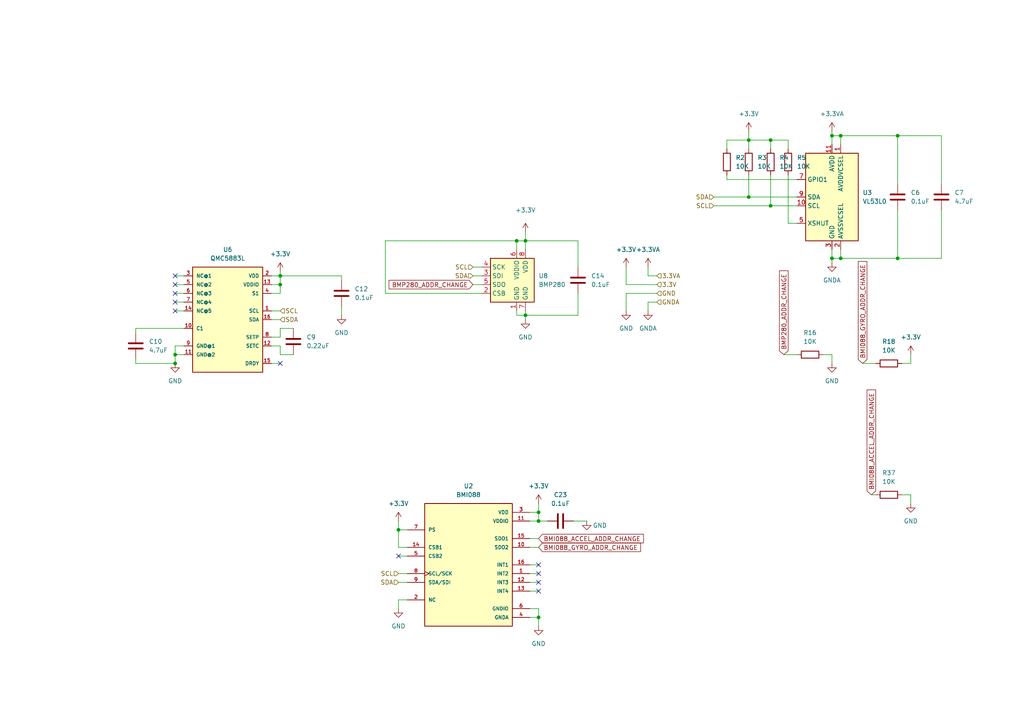
<source format=kicad_sch>
(kicad_sch (version 20211123) (generator eeschema)
  (paper "A4")
  (lib_symbols
    (symbol "Device:C" (pin_numbers hide) (pin_names (offset 0.254))
      (property "Reference" "C" (at 0.635 2.54 0))
      (property "Value" "C" (at 0.635 -2.54 0))
      (symbol "C_0_1"
        (polyline (pts (xy -2.032 -0.762) (xy 2.032 -0.762)) (stroke (width 0.508)))
        (polyline (pts (xy -2.032 0.762) (xy 2.032 0.762)) (stroke (width 0.508)))
      )
      (symbol "C_1_1"
        (pin passive line (at 0 3.81 270) (length 2.794) (name "~") (number "1"))
        (pin passive line (at 0 -3.81 90) (length 2.794) (name "~") (number "2"))
      )
    )
    (symbol "Device:R" (pin_numbers hide) (pin_names (offset 0))
      (property "Reference" "R" (at 2.032 0 90))
      (property "Value" "R" (at 0 0 90))
      (symbol "R_0_1"
        (rectangle (start -1.016 -2.54) (end 1.016 2.54) (stroke (width 0.254)))
      )
      (symbol "R_1_1"
        (pin passive line (at 0 3.81 270) (length 1.27) (name "~") (number "1"))
        (pin passive line (at 0 -3.81 90) (length 1.27) (name "~") (number "2"))
      )
    )
    (symbol "Sensor_Distance:VL53L1CXV0FY1"
      (property "Reference" "U" (at -6.35 13.97 0))
      (property "Value" "VL53L1CXV0FY1" (at 12.065 13.97 0))
      (symbol "VL53L1CXV0FY1_0_1"
        (rectangle (start -7.62 12.7) (end 7.62 -12.7) (stroke (width 0.254)) (fill (type background)))
      )
      (symbol "VL53L1CXV0FY1_1_1"
        (pin power_in line (at 2.54 15.24 270) (length 2.54) (name "AVDDVCSEL") (number "1"))
        (pin input line (at -10.16 -2.54 0) (length 2.54) (name "SCL") (number "10"))
        (pin power_in line (at 0 15.24 270) (length 2.54) (name "AVDD") (number "11"))
        (pin passive line (at 0 -15.24 90) (length 2.54) hide (name "GND") (number "12"))
        (pin power_in line (at 2.54 -15.24 90) (length 2.54) (name "AVSSVCSEL") (number "2"))
        (pin power_in line (at 0 -15.24 90) (length 2.54) (name "GND") (number "3"))
        (pin passive line (at 0 -15.24 90) (length 2.54) hide (name "GND") (number "4"))
        (pin input line (at -10.16 -7.62 0) (length 2.54) (name "XSHUT") (number "5"))
        (pin passive line (at 0 -15.24 90) (length 2.54) hide (name "GND") (number "6"))
        (pin open_collector line (at -10.16 5.08 0) (length 2.54) (name "GPIO1") (number "7"))
        (pin no_connect line (at -7.62 7.62 0) (length 2.54) hide (name "DNC") (number "8"))
        (pin bidirectional line (at -10.16 0 0) (length 2.54) (name "SDA") (number "9"))
      )
    )
    (symbol "Sensor_Pressure:BMP280"
      (property "Reference" "U" (at -7.62 10.16 0))
      (property "Value" "BMP280" (at 5.08 10.16 0))
      (symbol "BMP280_0_1"
        (rectangle (start -7.62 -5.08) (end 5.08 7.62) (stroke (width 0.254)) (fill (type background)))
      )
      (symbol "BMP280_1_1"
        (pin power_in line (at 0 -7.62 90) (length 2.54) (name "GND") (number "1"))
        (pin input line (at -10.16 -2.54 0) (length 2.54) (name "CSB") (number "2"))
        (pin bidirectional line (at -10.16 2.54 0) (length 2.54) (name "SDI") (number "3"))
        (pin input line (at -10.16 5.08 0) (length 2.54) (name "SCK") (number "4"))
        (pin bidirectional line (at -10.16 0 0) (length 2.54) (name "SDO") (number "5"))
        (pin power_in line (at 0 10.16 270) (length 2.54) (name "VDDIO") (number "6"))
        (pin power_in line (at 2.54 -7.62 90) (length 2.54) (name "GND") (number "7"))
        (pin power_in line (at 2.54 10.16 270) (length 2.54) (name "VDD") (number "8"))
      )
    )
    (symbol "Sensors:BMI088" (pin_names (offset 1.016))
      (property "Reference" "U" (at -12.7 18.415 0))
      (property "Value" "BMI088" (at -12.7 -20.32 0))
      (symbol "BMI088_0_0"
        (rectangle (start -12.7 -17.78) (end 12.7 17.78) (stroke (width 0.254)) (fill (type background)))
        (pin bidirectional line (at 17.78 -2.54 180) (length 5.08) (name "INT2") (number "1"))
        (pin output line (at 17.78 5.08 180) (length 5.08) (name "SDO2") (number "10"))
        (pin power_in line (at 17.78 12.7 180) (length 5.08) (name "VDDIO") (number "11"))
        (pin bidirectional line (at 17.78 -5.08 180) (length 5.08) (name "INT3") (number "12"))
        (pin bidirectional line (at 17.78 -7.62 180) (length 5.08) (name "INT4") (number "13"))
        (pin input line (at -17.78 5.08 0) (length 5.08) (name "CSB1") (number "14"))
        (pin output line (at 17.78 7.62 180) (length 5.08) (name "SDO1") (number "15"))
        (pin bidirectional line (at 17.78 0 180) (length 5.08) (name "INT1") (number "16"))
        (pin passive line (at -17.78 -10.16 0) (length 5.08) (name "NC") (number "2"))
        (pin power_in line (at 17.78 15.24 180) (length 5.08) (name "VDD") (number "3"))
        (pin power_in line (at 17.78 -15.24 180) (length 5.08) (name "GNDA") (number "4"))
        (pin input line (at -17.78 2.54 0) (length 5.08) (name "CSB2") (number "5"))
        (pin power_in line (at 17.78 -12.7 180) (length 5.08) (name "GNDIO") (number "6"))
        (pin input line (at -17.78 10.16 0) (length 5.08) (name "PS") (number "7"))
        (pin input clock (at -17.78 -2.54 0) (length 5.08) (name "SCL/SCK") (number "8"))
        (pin bidirectional line (at -17.78 -5.08 0) (length 5.08) (name "SDA/SDI") (number "9"))
      )
    )
    (symbol "Sensors:HMC5883L" (pin_names (offset 1.016))
      (property "Reference" "U" (at -10.16 15.494 0))
      (property "Value" "HMC5883L" (at -10.16 -15.494 0))
      (symbol "HMC5883L_0_0"
        (rectangle (start -10.16 -15.24) (end 10.16 15.24) (stroke (width 0.254)) (fill (type background)))
        (pin bidirectional line (at 12.7 2.54 180) (length 2.54) (name "SCL") (number "1"))
        (pin bidirectional line (at -12.7 -2.54 0) (length 2.54) (name "C1") (number "10"))
        (pin bidirectional line (at -12.7 -10.16 0) (length 2.54) (name "GND@2") (number "11"))
        (pin bidirectional line (at 12.7 -7.62 180) (length 2.54) (name "SETC") (number "12"))
        (pin bidirectional line (at 12.7 10.16 180) (length 2.54) (name "VDDIO") (number "13"))
        (pin bidirectional line (at -12.7 2.54 0) (length 2.54) (name "NC@5") (number "14"))
        (pin bidirectional line (at 12.7 -12.7 180) (length 2.54) (name "DRDY") (number "15"))
        (pin bidirectional line (at 12.7 0 180) (length 2.54) (name "SDA") (number "16"))
        (pin bidirectional line (at 12.7 12.7 180) (length 2.54) (name "VDD") (number "2"))
        (pin bidirectional line (at -12.7 12.7 0) (length 2.54) (name "NC@1") (number "3"))
        (pin bidirectional line (at 12.7 7.62 180) (length 2.54) (name "S1") (number "4"))
        (pin bidirectional line (at -12.7 10.16 0) (length 2.54) (name "NC@2") (number "5"))
        (pin bidirectional line (at -12.7 7.62 0) (length 2.54) (name "NC@3") (number "6"))
        (pin bidirectional line (at -12.7 5.08 0) (length 2.54) (name "NC@4") (number "7"))
        (pin bidirectional line (at 12.7 -5.08 180) (length 2.54) (name "SETP") (number "8"))
        (pin bidirectional line (at -12.7 -7.62 0) (length 2.54) (name "GND@1") (number "9"))
      )
    )
    (symbol "power:+3.3V" (power) (pin_names (offset 0))
      (property "Value" "+3.3V" (at 0 3.556 0))
      (symbol "+3.3V_0_1"
        (polyline (pts (xy -0.762 1.27) (xy 0 2.54)))
        (polyline (pts (xy 0 0) (xy 0 2.54)))
        (polyline (pts (xy 0 2.54) (xy 0.762 1.27)))
      )
      (symbol "+3.3V_1_1"
        (pin power_in line (at 0 0 90) (length 0) hide (name "+3.3V") (number "1"))
      )
    )
    (symbol "power:+3.3VA" (power) (pin_names (offset 0))
      (property "Value" "+3.3VA" (at 0 3.556 0))
      (symbol "+3.3VA_0_1"
        (polyline (pts (xy -0.762 1.27) (xy 0 2.54)))
        (polyline (pts (xy 0 0) (xy 0 2.54)))
        (polyline (pts (xy 0 2.54) (xy 0.762 1.27)))
      )
      (symbol "+3.3VA_1_1"
        (pin power_in line (at 0 0 90) (length 0) hide (name "+3.3VA") (number "1"))
      )
    )
    (symbol "power:GND" (power) (pin_names (offset 0))
      (property "Value" "GND" (at 0 -3.81 0))
      (symbol "GND_0_1"
        (polyline (pts (xy 0 0) (xy 0 -1.27) (xy 1.27 -1.27) (xy 0 -2.54) (xy -1.27 -1.27) (xy 0 -1.27)))
      )
      (symbol "GND_1_1"
        (pin power_in line (at 0 0 270) (length 0) hide (name "GND") (number "1"))
      )
    )
    (symbol "power:GNDA" (power) (pin_names (offset 0))
      (property "Value" "GNDA" (at 0 -3.81 0))
      (symbol "GNDA_0_1"
        (polyline (pts (xy 0 0) (xy 0 -1.27) (xy 1.27 -1.27) (xy 0 -2.54) (xy -1.27 -1.27) (xy 0 -1.27)))
      )
      (symbol "GNDA_1_1"
        (pin power_in line (at 0 0 270) (length 0) hide (name "GNDA") (number "1"))
      )
    )
  )
  (junction (at 50.8 105.41))
  (junction (at 156.21 151.13))
  (junction (at 50.8 102.87))
  (junction (at 241.3 39.37))
  (junction (at 243.84 74.93))
  (junction (at 81.28 82.55))
  (junction (at 223.52 59.69))
  (junction (at 260.35 74.93))
  (junction (at 217.17 57.15))
  (junction (at 223.52 40.64))
  (junction (at 115.57 153.67))
  (junction (at 81.28 80.01))
  (junction (at 260.35 39.37))
  (junction (at 156.21 179.07))
  (junction (at 152.4 69.85))
  (junction (at 243.84 39.37))
  (junction (at 156.21 148.59))
  (junction (at 217.17 40.64))
  (junction (at 152.4 91.44))
  (junction (at 241.3 74.93))
  (junction (at 149.86 69.85))
  (no_connect (at 50.8 80.01))
  (no_connect (at 50.8 82.55))
  (no_connect (at 50.8 85.09))
  (no_connect (at 81.28 105.41))
  (no_connect (at 50.8 87.63))
  (no_connect (at 50.8 90.17))
  (no_connect (at 115.57 161.29))
  (no_connect (at 156.21 163.83))
  (no_connect (at 156.21 166.37))
  (no_connect (at 156.21 168.91))
  (no_connect (at 156.21 171.45))
  (wire (pts (xy 152.4 91.44) (xy 152.4 92.71)))
  (wire (pts (xy 153.67 179.07) (xy 156.21 179.07)))
  (wire (pts (xy 223.52 43.18) (xy 223.52 40.64)))
  (wire (pts (xy 167.64 91.44) (xy 152.4 91.44)))
  (wire (pts (xy 115.57 161.29) (xy 118.11 161.29)))
  (wire (pts (xy 250.19 105.41) (xy 254 105.41)))
  (wire (pts (xy 149.86 91.44) (xy 152.4 91.44)))
  (wire (pts (xy 241.3 38.1) (xy 241.3 39.37)))
  (wire (pts (xy 115.57 151.13) (xy 115.57 153.67)))
  (wire (pts (xy 115.57 158.75) (xy 115.57 153.67)))
  (wire (pts (xy 217.17 40.64) (xy 217.17 43.18)))
  (wire (pts (xy 241.3 74.93) (xy 241.3 76.2)))
  (wire (pts (xy 156.21 151.13) (xy 158.75 151.13)))
  (wire (pts (xy 156.21 151.13) (xy 156.21 148.59)))
  (wire (pts (xy 217.17 38.1) (xy 217.17 40.64)))
  (wire (pts (xy 118.11 173.99) (xy 115.57 173.99)))
  (wire (pts (xy 81.28 82.55) (xy 81.28 80.01)))
  (wire (pts (xy 149.86 69.85) (xy 152.4 69.85)))
  (wire (pts (xy 156.21 148.59) (xy 156.21 146.05)))
  (wire (pts (xy 264.16 102.87) (xy 264.16 105.41)))
  (wire (pts (xy 228.6 64.77) (xy 231.14 64.77)))
  (wire (pts (xy 137.16 80.01) (xy 139.7 80.01)))
  (wire (pts (xy 111.76 69.85) (xy 149.86 69.85)))
  (wire (pts (xy 210.82 52.07) (xy 231.14 52.07)))
  (wire (pts (xy 228.6 43.18) (xy 228.6 40.64)))
  (wire (pts (xy 111.76 85.09) (xy 111.76 69.85)))
  (wire (pts (xy 85.09 95.25) (xy 81.28 95.25)))
  (wire (pts (xy 273.05 53.34) (xy 273.05 39.37)))
  (wire (pts (xy 152.4 69.85) (xy 152.4 72.39)))
  (wire (pts (xy 78.74 85.09) (xy 81.28 85.09)))
  (wire (pts (xy 273.05 60.96) (xy 273.05 74.93)))
  (wire (pts (xy 137.16 77.47) (xy 139.7 77.47)))
  (wire (pts (xy 153.67 156.21) (xy 156.21 156.21)))
  (wire (pts (xy 166.37 151.13) (xy 170.18 151.13)))
  (wire (pts (xy 78.74 105.41) (xy 81.28 105.41)))
  (wire (pts (xy 241.3 39.37) (xy 243.84 39.37)))
  (wire (pts (xy 50.8 105.41) (xy 50.8 102.87)))
  (wire (pts (xy 118.11 158.75) (xy 115.57 158.75)))
  (wire (pts (xy 149.86 90.17) (xy 149.86 91.44)))
  (wire (pts (xy 152.4 67.31) (xy 152.4 69.85)))
  (wire (pts (xy 252.73 143.51) (xy 254 143.51)))
  (wire (pts (xy 223.52 40.64) (xy 217.17 40.64)))
  (wire (pts (xy 156.21 176.53) (xy 156.21 179.07)))
  (wire (pts (xy 153.67 171.45) (xy 156.21 171.45)))
  (wire (pts (xy 115.57 173.99) (xy 115.57 176.53)))
  (wire (pts (xy 50.8 90.17) (xy 53.34 90.17)))
  (wire (pts (xy 181.61 85.09) (xy 181.61 90.17)))
  (wire (pts (xy 99.06 88.9) (xy 99.06 91.44)))
  (wire (pts (xy 260.35 60.96) (xy 260.35 74.93)))
  (wire (pts (xy 264.16 143.51) (xy 264.16 146.05)))
  (wire (pts (xy 227.33 102.87) (xy 231.14 102.87)))
  (wire (pts (xy 50.8 102.87) (xy 53.34 102.87)))
  (wire (pts (xy 139.7 85.09) (xy 111.76 85.09)))
  (wire (pts (xy 261.62 105.41) (xy 264.16 105.41)))
  (wire (pts (xy 78.74 82.55) (xy 81.28 82.55)))
  (wire (pts (xy 190.5 80.01) (xy 187.96 80.01)))
  (wire (pts (xy 156.21 179.07) (xy 156.21 181.61)))
  (wire (pts (xy 99.06 81.28) (xy 99.06 80.01)))
  (wire (pts (xy 243.84 74.93) (xy 260.35 74.93)))
  (wire (pts (xy 243.84 39.37) (xy 260.35 39.37)))
  (wire (pts (xy 78.74 90.17) (xy 81.28 90.17)))
  (wire (pts (xy 115.57 166.37) (xy 118.11 166.37)))
  (wire (pts (xy 167.64 77.47) (xy 167.64 69.85)))
  (wire (pts (xy 190.5 87.63) (xy 187.96 87.63)))
  (wire (pts (xy 241.3 102.87) (xy 241.3 105.41)))
  (wire (pts (xy 81.28 95.25) (xy 81.28 97.79)))
  (wire (pts (xy 115.57 153.67) (xy 118.11 153.67)))
  (wire (pts (xy 39.37 105.41) (xy 50.8 105.41)))
  (wire (pts (xy 115.57 168.91) (xy 118.11 168.91)))
  (wire (pts (xy 260.35 39.37) (xy 260.35 53.34)))
  (wire (pts (xy 152.4 90.17) (xy 152.4 91.44)))
  (wire (pts (xy 81.28 100.33) (xy 78.74 100.33)))
  (wire (pts (xy 190.5 85.09) (xy 181.61 85.09)))
  (wire (pts (xy 85.09 102.87) (xy 81.28 102.87)))
  (wire (pts (xy 53.34 95.25) (xy 39.37 95.25)))
  (wire (pts (xy 210.82 50.8) (xy 210.82 52.07)))
  (wire (pts (xy 223.52 50.8) (xy 223.52 59.69)))
  (wire (pts (xy 187.96 80.01) (xy 187.96 77.47)))
  (wire (pts (xy 238.76 102.87) (xy 241.3 102.87)))
  (wire (pts (xy 210.82 40.64) (xy 217.17 40.64)))
  (wire (pts (xy 241.3 39.37) (xy 241.3 41.91)))
  (wire (pts (xy 53.34 100.33) (xy 50.8 100.33)))
  (wire (pts (xy 207.01 59.69) (xy 223.52 59.69)))
  (wire (pts (xy 153.67 163.83) (xy 156.21 163.83)))
  (wire (pts (xy 260.35 39.37) (xy 273.05 39.37)))
  (wire (pts (xy 81.28 102.87) (xy 81.28 100.33)))
  (wire (pts (xy 39.37 95.25) (xy 39.37 96.52)))
  (wire (pts (xy 217.17 57.15) (xy 231.14 57.15)))
  (wire (pts (xy 81.28 97.79) (xy 78.74 97.79)))
  (wire (pts (xy 81.28 80.01) (xy 81.28 78.74)))
  (wire (pts (xy 39.37 104.14) (xy 39.37 105.41)))
  (wire (pts (xy 243.84 74.93) (xy 241.3 74.93)))
  (wire (pts (xy 149.86 72.39) (xy 149.86 69.85)))
  (wire (pts (xy 50.8 100.33) (xy 50.8 102.87)))
  (wire (pts (xy 243.84 41.91) (xy 243.84 39.37)))
  (wire (pts (xy 153.67 166.37) (xy 156.21 166.37)))
  (wire (pts (xy 81.28 85.09) (xy 81.28 82.55)))
  (wire (pts (xy 50.8 87.63) (xy 53.34 87.63)))
  (wire (pts (xy 153.67 158.75) (xy 156.21 158.75)))
  (wire (pts (xy 217.17 50.8) (xy 217.17 57.15)))
  (wire (pts (xy 153.67 176.53) (xy 156.21 176.53)))
  (wire (pts (xy 81.28 80.01) (xy 99.06 80.01)))
  (wire (pts (xy 228.6 40.64) (xy 223.52 40.64)))
  (wire (pts (xy 50.8 80.01) (xy 53.34 80.01)))
  (wire (pts (xy 207.01 57.15) (xy 217.17 57.15)))
  (wire (pts (xy 260.35 74.93) (xy 273.05 74.93)))
  (wire (pts (xy 261.62 143.51) (xy 264.16 143.51)))
  (wire (pts (xy 241.3 72.39) (xy 241.3 74.93)))
  (wire (pts (xy 181.61 82.55) (xy 181.61 77.47)))
  (wire (pts (xy 210.82 43.18) (xy 210.82 40.64)))
  (wire (pts (xy 153.67 151.13) (xy 156.21 151.13)))
  (wire (pts (xy 50.8 82.55) (xy 53.34 82.55)))
  (wire (pts (xy 243.84 72.39) (xy 243.84 74.93)))
  (wire (pts (xy 50.8 85.09) (xy 53.34 85.09)))
  (wire (pts (xy 153.67 168.91) (xy 156.21 168.91)))
  (wire (pts (xy 187.96 87.63) (xy 187.96 90.17)))
  (wire (pts (xy 228.6 50.8) (xy 228.6 64.77)))
  (wire (pts (xy 78.74 80.01) (xy 81.28 80.01)))
  (wire (pts (xy 153.67 148.59) (xy 156.21 148.59)))
  (wire (pts (xy 190.5 82.55) (xy 181.61 82.55)))
  (wire (pts (xy 167.64 69.85) (xy 152.4 69.85)))
  (wire (pts (xy 223.52 59.69) (xy 231.14 59.69)))
  (wire (pts (xy 167.64 85.09) (xy 167.64 91.44)))
  (wire (pts (xy 78.74 92.71) (xy 81.28 92.71)))
  (wire (pts (xy 137.16 82.55) (xy 139.7 82.55)))
  (global_label "BMI088_GYRO_ADDR_CHANGE" (shape input) (at 156.21 158.75 0) (property "Обозначения листов" "${INTERSHEET_REFS}" (effects hide)))
  (global_label "BMP280_ADDR_CHANGE" (shape input) (at 137.16 82.55 180) (property "Обозначения листов" "${INTERSHEET_REFS}" (effects hide)))
  (global_label "BMI088_GYRO_ADDR_CHANGE" (shape input) (at 250.19 105.41 90) (property "Обозначения листов" "${INTERSHEET_REFS}" (effects hide)))
  (global_label "BMP280_ADDR_CHANGE" (shape input) (at 227.33 102.87 90) (property "Обозначения листов" "${INTERSHEET_REFS}" (effects hide)))
  (global_label "BMI088_ACCEL_ADDR_CHANGE" (shape input) (at 252.73 143.51 90) (property "Обозначения листов" "${INTERSHEET_REFS}" (effects hide)))
  (global_label "BMI088_ACCEL_ADDR_CHANGE" (shape input) (at 156.21 156.21 0) (property "Обозначения листов" "${INTERSHEET_REFS}" (effects hide)))
  (hierarchical_label "SCL" (shape input) (at 115.57 166.37 180))
  (hierarchical_label "3.3V" (shape input) (at 190.5 82.55 0))
  (hierarchical_label "SCL" (shape input) (at 137.16 77.47 180))
  (hierarchical_label "3.3VA" (shape input) (at 190.5 80.01 0))
  (hierarchical_label "SDA" (shape input) (at 207.01 57.15 180))
  (hierarchical_label "SDA" (shape input) (at 81.28 92.71 0))
  (hierarchical_label "SCL" (shape input) (at 81.28 90.17 0))
  (hierarchical_label "GNDA" (shape input) (at 190.5 87.63 0))
  (hierarchical_label "SCL" (shape input) (at 207.01 59.69 180))
  (hierarchical_label "GND" (shape input) (at 190.5 85.09 0))
  (hierarchical_label "SDA" (shape input) (at 115.57 168.91 180))
  (hierarchical_label "SDA" (shape input) (at 137.16 80.01 180))
  (symbol (lib_id "Device:C") (at 99.06 85.09 0) (unit 1)
    (property "Reference" "C12" (at 102.87 83.8199 0) (effects (justify left)))
    (property "Value" "0.1uF" (at 102.87 86.3599 0) (effects (justify left)))
    (property "Footprint" "Capacitor_SMD:C_0805_2012Metric_Pad1.18x1.45mm_HandSolder" (effects hide))
  )
  (symbol (lib_id "power:+3.3V") (at 152.4 67.31 0) (unit 1)
    (property "Reference" "#PWR0153" (effects hide))
    (property "Value" "+3.3V" (at 152.4 60.96 0))
  )
  (symbol (lib_id "power:GND") (at 241.3 105.41 0) (unit 1)
    (property "Reference" "#PWR0150" (effects hide))
    (property "Value" "GND" (at 241.3 110.49 0))
  )
  (symbol (lib_id "Device:C") (at 162.56 151.13 270) (unit 1)
    (property "Reference" "C23" (at 162.56 143.51 90))
    (property "Value" "0.1uF" (at 162.56 146.05 90))
    (property "Footprint" "Capacitor_SMD:C_0805_2012Metric_Pad1.18x1.45mm_HandSolder" (effects hide))
  )
  (symbol (lib_id "Device:R") (at 217.17 46.99 0) (unit 1)
    (property "Reference" "R3" (at 219.71 45.7199 0) (effects (justify left)))
    (property "Value" "10K" (at 219.71 48.2599 0) (effects (justify left)))
    (property "Footprint" "Resistor_SMD:R_0805_2012Metric_Pad1.20x1.40mm_HandSolder" (effects hide))
  )
  (symbol (lib_id "power:GND") (at 50.8 105.41 0) (unit 1)
    (property "Reference" "#PWR0140" (effects hide))
    (property "Value" "GND" (at 50.8 110.49 0))
  )
  (symbol (lib_id "Device:R") (at 223.52 46.99 0) (unit 1)
    (property "Reference" "R4" (at 226.06 45.7199 0) (effects (justify left)))
    (property "Value" "10K" (at 226.06 48.2599 0) (effects (justify left)))
    (property "Footprint" "Resistor_SMD:R_0805_2012Metric_Pad1.20x1.40mm_HandSolder" (effects hide))
  )
  (symbol (lib_id "power:+3.3V") (at 181.61 77.47 0) (unit 1)
    (property "Reference" "#PWR0154" (effects hide))
    (property "Value" "+3.3V" (at 181.61 72.39 0))
  )
  (symbol (lib_id "Device:C") (at 273.05 57.15 0) (unit 1)
    (property "Reference" "C7" (at 276.86 55.8799 0) (effects (justify left)))
    (property "Value" "4.7uF" (at 276.86 58.4199 0) (effects (justify left)))
    (property "Footprint" "Capacitor_SMD:C_0805_2012Metric_Pad1.18x1.45mm_HandSolder" (effects hide))
  )
  (symbol (lib_id "power:GND") (at 181.61 90.17 0) (unit 1)
    (property "Reference" "#PWR0144" (effects hide))
    (property "Value" "GND" (at 181.61 95.25 0))
  )
  (symbol (lib_id "Device:C") (at 39.37 100.33 0) (unit 1)
    (property "Reference" "C10" (at 43.18 99.0599 0) (effects (justify left)))
    (property "Value" "4.7uF" (at 43.18 101.5999 0) (effects (justify left)))
    (property "Footprint" "Capacitor_SMD:C_0805_2012Metric_Pad1.18x1.45mm_HandSolder" (effects hide))
  )
  (symbol (lib_id "power:GND") (at 115.57 176.53 0) (unit 1)
    (property "Reference" "#PWR0201" (effects hide))
    (property "Value" "GND" (at 115.57 181.61 0))
  )
  (symbol (lib_id "power:+3.3V") (at 264.16 102.87 0) (unit 1)
    (property "Reference" "#PWR0133" (effects hide))
    (property "Value" "+3.3V" (at 264.16 97.79 0))
  )
  (symbol (lib_id "power:GND") (at 152.4 92.71 0) (unit 1)
    (property "Reference" "#PWR0156" (effects hide))
    (property "Value" "GND" (at 152.4 97.79 0))
  )
  (symbol (lib_id "Device:R") (at 234.95 102.87 90) (unit 1)
    (property "Reference" "R16" (at 234.95 96.52 90))
    (property "Value" "10K" (at 234.95 99.06 90))
    (property "Footprint" "Resistor_SMD:R_0805_2012Metric_Pad1.20x1.40mm_HandSolder" (effects hide))
  )
  (symbol (lib_id "power:+3.3V") (at 115.57 151.13 0) (unit 1)
    (property "Reference" "#PWR0200" (effects hide))
    (property "Value" "+3.3V" (at 115.57 146.05 0))
  )
  (symbol (lib_id "Sensors:BMI088") (at 135.89 163.83 0) (unit 1)
    (property "Reference" "U2" (at 135.89 140.97 0))
    (property "Value" "BMI088" (at 135.89 143.51 0))
    (property "Footprint" "Sensors:PQFN50P450X300X100-16N" (effects hide))
    (property "MP" "BMI088" (effects hide))
    (property "AVAILABILITY" "In Stock" (effects hide))
    (property "PURCHASE-URL" "https://pricing.snapeda.com/search/part/BMI088/?ref=eda" (effects hide))
    (property "DESCRIPTION" "Accelerometer, Gyroscope, 6 Axis Sensor I²C, SPI Output" (effects hide))
    (property "PRICE" "None" (effects hide))
    (property "PACKAGE" "VFLGA-16 Bosch Sensortec" (effects hide))
    (property "MF" "Bosch Sensortec" (effects hide))
  )
  (symbol (lib_id "Device:C") (at 260.35 57.15 0) (unit 1)
    (property "Reference" "C6" (at 264.16 55.8799 0) (effects (justify left)))
    (property "Value" "0.1uF" (at 264.16 58.4199 0) (effects (justify left)))
    (property "Footprint" "Capacitor_SMD:C_0805_2012Metric_Pad1.18x1.45mm_HandSolder" (effects hide))
  )
  (symbol (lib_id "Device:R") (at 228.6 46.99 0) (unit 1)
    (property "Reference" "R5" (at 231.14 45.7199 0) (effects (justify left)))
    (property "Value" "10K" (at 231.14 48.2599 0) (effects (justify left)))
    (property "Footprint" "Resistor_SMD:R_0805_2012Metric_Pad1.20x1.40mm_HandSolder" (effects hide))
  )
  (symbol (lib_id "Device:R") (at 257.81 105.41 90) (unit 1)
    (property "Reference" "R18" (at 257.81 99.06 90))
    (property "Value" "10K" (at 257.81 101.6 90))
    (property "Footprint" "Resistor_SMD:R_0805_2012Metric_Pad1.20x1.40mm_HandSolder" (effects hide))
  )
  (symbol (lib_id "power:+3.3VA") (at 187.96 77.47 0) (unit 1)
    (property "Reference" "#PWR0155" (effects hide))
    (property "Value" "+3.3VA" (at 187.96 72.39 0))
  )
  (symbol (lib_id "Device:R") (at 257.81 143.51 90) (unit 1)
    (property "Reference" "R37" (at 257.81 137.16 90))
    (property "Value" "10K" (at 257.81 139.7 90))
    (property "Footprint" "Resistor_SMD:R_0805_2012Metric_Pad1.20x1.40mm_HandSolder" (effects hide))
  )
  (symbol (lib_id "power:GNDA") (at 241.3 76.2 0) (unit 1)
    (property "Reference" "#PWR0110" (effects hide))
    (property "Value" "GNDA" (at 241.3 81.28 0))
  )
  (symbol (lib_id "Sensor_Pressure:BMP280") (at 149.86 82.55 0) (unit 1)
    (property "Reference" "U8" (at 156.21 80.0099 0) (effects (justify left)))
    (property "Value" "BMP280" (at 156.21 82.5499 0) (effects (justify left)))
    (property "Footprint" "Package_LGA:Bosch_LGA-8_2x2.5mm_P0.65mm_ClockwisePinNumbering" (effects hide))
    (property "Datasheet" "https://ae-bst.resource.bosch.com/media/_tech/media/datasheets/BST-BMP280-DS001.pdf" (effects hide))
  )
  (symbol (lib_id "power:GNDA") (at 187.96 90.17 0) (unit 1)
    (property "Reference" "#PWR0145" (effects hide))
    (property "Value" "GNDA" (at 187.96 95.25 0))
  )
  (symbol (lib_id "power:+3.3V") (at 81.28 78.74 0) (unit 1)
    (property "Reference" "#PWR0139" (effects hide))
    (property "Value" "+3.3V" (at 81.28 73.66 0))
  )
  (symbol (lib_id "Sensors:HMC5883L") (at 66.04 92.71 0) (unit 1)
    (property "Reference" "U6" (at 66.04 72.39 0))
    (property "Value" "QMC5883L" (at 66.04 74.93 0))
    (property "Footprint" "LPCC-16" (effects hide))
    (property "SF_ID" "COM-10494" (effects hide))
    (property "PROD_ID" "IC-10284" (effects hide))
  )
  (symbol (lib_id "power:+3.3V") (at 156.21 146.05 0) (unit 1)
    (property "Reference" "#PWR0195" (effects hide))
    (property "Value" "+3.3V" (at 156.21 140.97 0))
  )
  (symbol (lib_id "power:+3.3V") (at 217.17 38.1 0) (unit 1)
    (property "Reference" "#PWR0113" (effects hide))
    (property "Value" "+3.3V" (at 217.17 33.02 0))
  )
  (symbol (lib_id "power:GND") (at 264.16 146.05 0) (unit 1)
    (property "Reference" "#PWR0197" (effects hide))
    (property "Value" "GND" (at 264.16 151.13 0))
  )
  (symbol (lib_id "Device:R") (at 210.82 46.99 0) (unit 1)
    (property "Reference" "R2" (at 213.36 45.7199 0) (effects (justify left)))
    (property "Value" "10K" (at 213.36 48.2599 0) (effects (justify left)))
    (property "Footprint" "Resistor_SMD:R_0805_2012Metric_Pad1.20x1.40mm_HandSolder" (effects hide))
  )
  (symbol (lib_id "Sensor_Distance:VL53L1CXV0FY1") (at 241.3 57.15 0) (unit 1)
    (property "Reference" "U3" (at 250.19 55.8799 0) (effects (justify left)))
    (property "Value" "VL53L0" (at 250.19 58.4199 0) (effects (justify left)))
    (property "Footprint" "OptoDevice:ST_VL53L0X" (effects hide))
    (property "Datasheet" "https://www.st.com/resource/en/datasheet/vl53l1x.pdf" (effects hide))
  )
  (symbol (lib_id "power:+3.3VA") (at 241.3 38.1 0) (unit 1)
    (property "Reference" "#PWR0112" (effects hide))
    (property "Value" "+3.3VA" (at 241.3 33.02 0))
  )
  (symbol (lib_id "Device:C") (at 85.09 99.06 0) (unit 1)
    (property "Reference" "C9" (at 88.9 97.7899 0) (effects (justify left)))
    (property "Value" "0.22uF" (at 88.9 100.3299 0) (effects (justify left)))
    (property "Footprint" "Capacitor_SMD:C_0805_2012Metric_Pad1.18x1.45mm_HandSolder" (effects hide))
  )
  (symbol (lib_id "power:GND") (at 170.18 151.13 0) (unit 1)
    (property "Reference" "#PWR0196" (effects hide))
    (property "Value" "GND" (at 173.99 152.4 0))
  )
  (symbol (lib_id "Device:C") (at 167.64 81.28 0) (unit 1)
    (property "Reference" "C14" (at 171.45 80.0099 0) (effects (justify left)))
    (property "Value" "0.1uF" (at 171.45 82.5499 0) (effects (justify left)))
    (property "Footprint" "Capacitor_SMD:C_0805_2012Metric_Pad1.18x1.45mm_HandSolder" (effects hide))
  )
  (symbol (lib_id "power:GND") (at 156.21 181.61 0) (unit 1)
    (property "Reference" "#PWR0202" (effects hide))
    (property "Value" "GND" (at 156.21 186.69 0))
  )
  (symbol (lib_id "power:GND") (at 99.06 91.44 0) (unit 1)
    (property "Reference" "#PWR0128" (effects hide))
    (property "Value" "GND" (at 99.06 96.52 0))
  )
)
</source>
